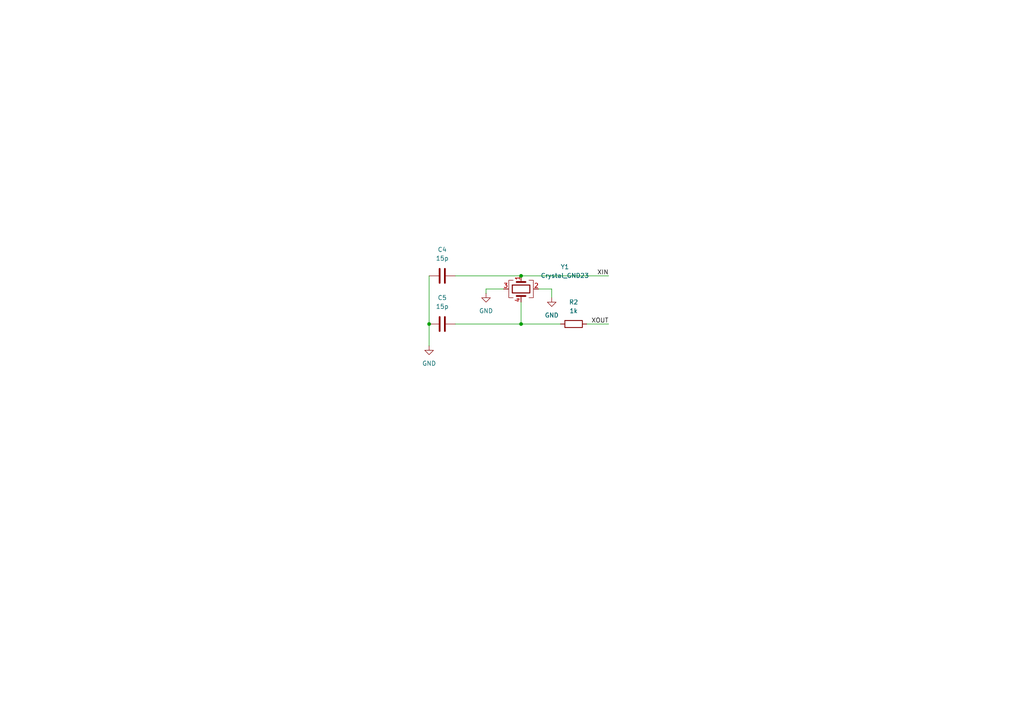
<source format=kicad_sch>
(kicad_sch (version 20250114) (generator "eeschema") (generator_version "9.0")
  (paper "A4")
  (lib_symbols
    (symbol "Device:C" (pin_numbers (hide yes)) (pin_names (offset 0.254))
      (property "Reference" "C" (at 0.635 2.54 0))
      (property "Value" "C" (at 0.635 -2.54 0))
      (symbol "C_0_1"
        (polyline (pts (xy -2.032 0.762) (xy 2.032 0.762)) (stroke (width 0.508)))
        (polyline (pts (xy -2.032 -0.762) (xy 2.032 -0.762)) (stroke (width 0.508)))
      )
      (symbol "C_1_1"
        (pin passive line (at 0 3.81 270) (length 2.794) (name "~") (number "1"))
        (pin passive line (at 0 -3.81 90) (length 2.794) (name "~") (number "2"))
      )
    )
    (symbol "Device:Crystal_GND23" (pin_names (offset 1.016) (hide yes))
      (property "Reference" "Y" (at 3.175 5.08 0))
      (property "Value" "Crystal_GND23" (at 3.175 3.175 0))
      (symbol "Crystal_GND23_0_1"
        (polyline (pts (xy -2.54 2.286) (xy -2.54 3.556) (xy 2.54 3.556) (xy 2.54 2.286)))
        (polyline (pts (xy -2.54 0) (xy -2.032 0)))
        (polyline (pts (xy -2.54 -2.286) (xy -2.54 -3.556) (xy 2.54 -3.556) (xy 2.54 -2.286)))
        (polyline (pts (xy -2.032 -1.27) (xy -2.032 1.27)) (stroke (width 0.508)))
        (rectangle (start -1.143 2.54) (end 1.143 -2.54) (stroke (width 0.3048)))
        (polyline (pts (xy 0 3.556) (xy 0 3.81)))
        (polyline (pts (xy 0 -3.81) (xy 0 -3.556)))
        (polyline (pts (xy 2.032 0) (xy 2.54 0)))
        (polyline (pts (xy 2.032 -1.27) (xy 2.032 1.27)) (stroke (width 0.508)))
      )
      (symbol "Crystal_GND23_1_1"
        (pin passive line (at -3.81 0 0) (length 1.27) (name "1") (number "1"))
        (pin passive line (at 0 5.08 270) (length 1.27) (name "2") (number "2"))
        (pin passive line (at 0 -5.08 90) (length 1.27) (name "3") (number "3"))
        (pin passive line (at 3.81 0 180) (length 1.27) (name "4") (number "4"))
      )
    )
    (symbol "Device:R" (pin_numbers (hide yes)) (pin_names (offset 0))
      (property "Reference" "R" (at 2.032 0 90))
      (property "Value" "R" (at 0 0 90))
      (symbol "R_0_1"
        (rectangle (start -1.016 -2.54) (end 1.016 2.54) (stroke (width 0.254)))
      )
      (symbol "R_1_1"
        (pin passive line (at 0 3.81 270) (length 1.27) (name "~") (number "1"))
        (pin passive line (at 0 -3.81 90) (length 1.27) (name "~") (number "2"))
      )
    )
    (symbol "power:GND" (power) (pin_numbers (hide yes)) (pin_names (offset 0) (hide yes))
      (property "Value" "GND" (at 0 -3.81 0))
      (symbol "GND_0_1"
        (polyline (pts (xy 0 0) (xy 0 -1.27) (xy 1.27 -1.27) (xy 0 -2.54) (xy -1.27 -1.27) (xy 0 -1.27)))
      )
      (symbol "GND_1_1"
        (pin power_in line (at 0 0 270) (length 0) (name "~") (number "1"))
      )
    )
  )
  (junction (at 151.13 80.01))
  (junction (at 124.46 93.98))
  (junction (at 151.13 93.98))
  (wire (pts (xy 124.46 93.98) (xy 124.46 100.33)))
  (wire (pts (xy 151.13 80.01) (xy 176.53 80.01)))
  (wire (pts (xy 160.02 83.82) (xy 160.02 86.36)))
  (wire (pts (xy 132.08 80.01) (xy 151.13 80.01)))
  (wire (pts (xy 170.18 93.98) (xy 176.53 93.98)))
  (wire (pts (xy 146.05 83.82) (xy 140.97 83.82)))
  (wire (pts (xy 140.97 83.82) (xy 140.97 85.09)))
  (wire (pts (xy 124.46 80.01) (xy 124.46 93.98)))
  (wire (pts (xy 156.21 83.82) (xy 160.02 83.82)))
  (wire (pts (xy 151.13 93.98) (xy 132.08 93.98)))
  (wire (pts (xy 151.13 93.98) (xy 162.56 93.98)))
  (wire (pts (xy 151.13 87.63) (xy 151.13 93.98)))
  (label "XOUT" (at 176.53 93.98 180))
  (label "XIN" (at 176.53 80.01 180))
  (symbol (lib_id "power:GND") (at 160.02 86.36 0) (unit 1)
    (property "Reference" "#PWR010" (effects (hide yes)))
    (property "Value" "GND" (at 160.02 91.44 0))
    (property "Description" "Power symbol creates a global label with name \"GND\" , ground" (effects (hide yes)))
  )
  (symbol (lib_id "Device:Crystal_GND23") (at 151.13 83.82 270) (unit 1)
    (property "Reference" "Y1" (at 163.83 77.3998 90))
    (property "Value" "Crystal_GND23" (at 163.83 79.9398 90))
    (property "Description" "Four pin crystal, GND on pins 2 and 3" (effects (hide yes)))
  )
  (symbol (lib_id "power:GND") (at 124.46 100.33 0) (unit 1)
    (property "Reference" "#PWR012" (effects (hide yes)))
    (property "Value" "GND" (at 124.46 105.41 0))
    (property "Description" "Power symbol creates a global label with name \"GND\" , ground" (effects (hide yes)))
  )
  (symbol (lib_id "Device:C") (at 128.27 93.98 270) (unit 1)
    (property "Reference" "C5" (at 128.27 86.36 90))
    (property "Value" "15p" (at 128.27 88.9 90))
    (property "Footprint" "Capacitor_SMD:C_0504_1310Metric" (effects (hide yes)))
    (property "Description" "Unpolarized capacitor" (effects (hide yes)))
  )
  (symbol (lib_id "Device:R") (at 166.37 93.98 270) (unit 1)
    (property "Reference" "R2" (at 166.37 87.63 90))
    (property "Value" "1k" (at 166.37 90.17 90))
    (property "Footprint" "Resistor_SMD:R_0508_1220Metric" (effects (hide yes)))
    (property "Description" "Resistor" (effects (hide yes)))
  )
  (symbol (lib_id "power:GND") (at 140.97 85.09 0) (unit 1)
    (property "Reference" "#PWR011" (effects (hide yes)))
    (property "Value" "GND" (at 140.97 90.17 0))
    (property "Description" "Power symbol creates a global label with name \"GND\" , ground" (effects (hide yes)))
  )
  (symbol (lib_id "Device:C") (at 128.27 80.01 270) (unit 1)
    (property "Reference" "C4" (at 128.27 72.39 90))
    (property "Value" "15p" (at 128.27 74.93 90))
    (property "Footprint" "Capacitor_SMD:C_0504_1310Metric" (effects (hide yes)))
    (property "Description" "Unpolarized capacitor" (effects (hide yes)))
  )
)
</source>
